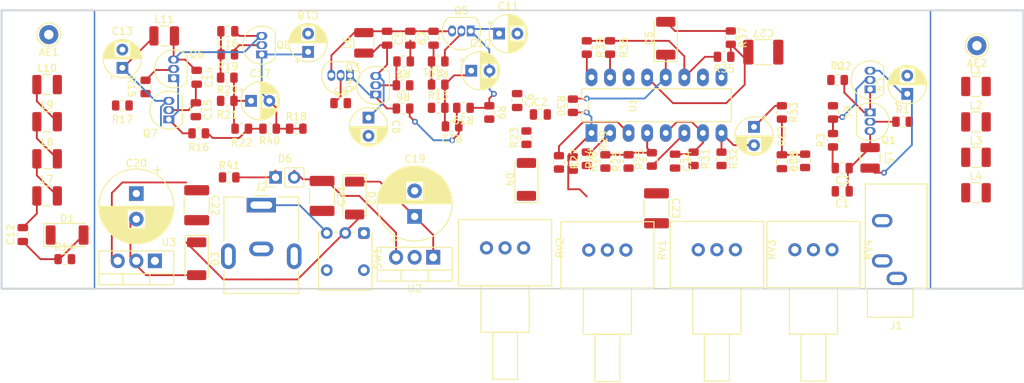
<source format=kicad_pcb>
(kicad_pcb (version 20221018) (generator pcbnew)
  (layers (0 "F.Cu" signal) (31 "B.Cu" signal) (34 "B.Paste" user) (35 "F.Paste" user) (36 "B.SilkS" user "B.Silkscreen") (37 "F.SilkS" user "F.Silkscreen") (38 "B.Mask" user) (39 "F.Mask" user) (44 "Edge.Cuts" user))
  (net 0 "")
  (net 1 "Net-(AE1-A)")
  (net 2 "Net-(AE2-A)")
  (net 3 "PitchAntenna")
  (net 4 "Detector")
  (net 5 "+12V")
  (net 6 "Net-(C3-Pad2)")
  (net 7 "Earth")
  (net 8 "Net-(Q3-C)")
  (net 9 "Net-(C9-Pad1)")
  (net 10 "Net-(C10-Pad1)")
  (net 11 "Net-(Q5-E)")
  (net 12 "Net-(D1-A)")
  (net 13 "Volume Antenna B")
  (net 14 "Net-(Q6-C)")
  (net 15 "Net-(Q7-B)")
  (net 16 "Net-(C16-Pad2)")
  (net 17 "Net-(Q8-E)")
  (net 18 "Net-(C17-Pad1)")
  (net 19 "Net-(D2-K)")
  (net 20 "Net-(D3-A)")
  (net 21 "-12V")
  (net 22 "Net-(U1C-+)")
  (net 23 "Net-(C24-Pad1)")
  (net 24 "Net-(C25-Pad1)")
  (net 25 "Net-(C25-Pad2)")
  (net 26 "Audio Out")
  (net 27 "Volume Antenna A")
  (net 28 "Net-(D1-K)")
  (net 29 "VAC")
  (net 30 "Net-(D5-K)")
  (net 31 "Net-(D5-A)")
  (net 32 "Net-(L1-Pad2)")
  (net 33 "Net-(L2-Pad2)")
  (net 34 "Net-(L3-Pad2)")
  (net 35 "Net-(L8-Pad2)")
  (net 36 "Net-(L10-Pad1)")
  (net 37 "Net-(Q1-E)")
  (net 38 "Net-(Q1-B)")
  (net 39 "Net-(Q2-B)")
  (net 40 "Net-(Q3-E)")
  (net 41 "Net-(Q3-B)")
  (net 42 "Net-(Q4-B)")
  (net 43 "Net-(Q5-B)")
  (net 44 "Net-(Q6-E)")
  (net 45 "Net-(Q6-B)")
  (net 46 "Net-(Q8-B)")
  (net 47 "Pitch Tuning")
  (net 48 "Volume Tuning")
  (net 49 "Net-(U1C--)")
  (net 50 "Brightness")
  (net 51 "Net-(U1C-DIODE_BIAS)")
  (net 52 "Waveform")
  (net 53 "Net-(R29-Pad1)")
  (net 54 "Net-(U1A-DIODE_BIAS)")
  (net 55 "Net-(R38-Pad2)")
  (net 58 "Net-(SW1-C)")
  (net 59 "Net-(D6-K)")
  (net 60 "Net-(C7-Pad2)")
  (footprint "Capacitor_SMD:C_0805_2012Metric" (layer "F.Cu") (at 95.885 37.7425 -90)
    (fp_text reference "C6")
    (fp_text value "22pF")
  )
  (footprint "Inductor_SMD:L_1210_3225Metric" (layer "F.Cu") (at 31.62 40.64)
    (fp_text reference "L9")
    (fp_text value "5mH")
  )
  (footprint "Capacitor_SMD:C_1812_4532Metric" (layer "F.Cu") (at 52.07 52.07 90)
    (fp_text reference "C22")
    (fp_text value "0.1uF")
  )
  (footprint "Button_Switch_THT:SW_Push_1P2T_Vertical_E-Switch_800UDP8P1A1M6" (layer "F.Cu") (at 74.93 55.88 -90)
    (fp_text reference "SW1")
    (fp_text value "SW_SPDT")
  )
  (footprint "Capacitor_SMD:C_0805_2012Metric" (layer "F.Cu") (at 84.455 29.21 90)
    (fp_text reference "C9")
    (fp_text value "33pF")
  )
  (footprint "Resistor_SMD:R_0805_2012Metric" (layer "F.Cu") (at 124.1825 31.75 180)
    (fp_text reference "R35")
    (fp_text value "1.8M")
  )
  (footprint "Resistor_SMD:R_0805_2012Metric" (layer "F.Cu") (at 120.015 45.72 -90)
    (fp_text reference "R31")
    (fp_text value "4.7K")
  )
  (footprint "Capacitor_THT:CP_Radial_D5.0mm_P2.50mm" (layer "F.Cu") (at 93.417388 28.575)
    (fp_text reference "C11")
    (fp_text value "1uF")
  )
  (footprint "Resistor_SMD:R_0805_2012Metric" (layer "F.Cu") (at 97.155 42.8225 90)
    (fp_text reference "R23")
    (fp_text value "10K")
  )
  (footprint "Resistor_SMD:R_0805_2012Metric" (layer "F.Cu") (at 111.125 46.0775 90)
    (fp_text reference "R26")
    (fp_text value "R_US")
  )
  (footprint "Resistor_SMD:R_0805_2012Metric" (layer "F.Cu") (at 132.08 39.37 -90)
    (fp_text reference "R33")
    (fp_text value "4.7K")
  )
  (footprint "Potentiometer_THT:Potentiometer_Vishay_148-149_Single_Horizontal" (layer "F.Cu") (at 133.858 58.166 -90)
    (fp_text reference "RV4")
    (fp_text value "50K")
  )
  (footprint "Capacitor_SMD:C_1812_4532Metric" (layer "F.Cu") (at 129.54 31.115)
    (fp_text reference "C27")
    (fp_text value "0.1uF")
  )
  (footprint "Inductor_SMD:L_1210_3225Metric" (layer "F.Cu") (at 31.62 45.72)
    (fp_text reference "L8")
    (fp_text value "2.5mH")
  )
  (footprint "Resistor_SMD:R_0805_2012Metric" (layer "F.Cu") (at 108.585 30.48 90)
    (fp_text reference "R36")
    (fp_text value "1.8M")
  )
  (footprint "Capacitor_SMD:C_0805_2012Metric" (layer "F.Cu") (at 132.08 46.1175 -90)
    (fp_text reference "C26")
    (fp_text value "0.01uF")
  )
  (footprint "Capacitor_SMD:C_1812_4532Metric" (layer "F.Cu") (at 114.935 52.4925 -90)
    (fp_text reference "C23")
    (fp_text value "4700pF")
  )
  (footprint "Resistor_SMD:R_0805_2012Metric" (layer "F.Cu") (at 58.234944 41.5925 180)
    (fp_text reference "R22")
    (fp_text value "10K")
  )
  (footprint "Resistor_SMD:R_0805_2012Metric" (layer "F.Cu") (at 80.2875 35.655)
    (fp_text reference "R8")
    (fp_text value "1K")
  )
  (footprint "Connector_Audio:Jack_3.5mm_CUI_SJ1-3533NG_Horizontal" (layer "F.Cu") (at 147.796 62.09 180)
    (fp_text reference "J1")
    (fp_text value "Audio Out")
  )
  (footprint "Capacitor_THT:CP_Radial_D5.0mm_P2.50mm" (layer "F.Cu") (at 67.31 31.075 90)
    (fp_text reference "C18")
    (fp_text value "1uF")
  )
  (footprint "Package_TO_SOT_THT:TO-220-3_Vertical" (layer "F.Cu") (at 84.410838 59.197 180)
    (fp_text reference "U2")
    (fp_text value "L7812")
  )
  (footprint "Potentiometer_THT:Potentiometer_Vishay_148-149_Single_Horizontal" (layer "F.Cu") (at 120.65 58.166 -90)
    (fp_text reference "RV3")
    (fp_text value "50K")
  )
  (footprint "Resistor_SMD:R_0805_2012Metric" (layer "F.Cu") (at 105.41 45.72 90)
    (fp_text reference "R27")
    (fp_text value "100K")
  )
  (footprint "Package_TO_SOT_THT:TO-92_Inline" (layer "F.Cu") (at 89.535 28.215 180)
    (fp_text reference "Q5")
    (fp_text value "2N3904")
  )
  (footprint "Inductor_SMD:L_1210_3225Metric" (layer "F.Cu") (at 144.145 45.59 90)
    (fp_text reference "L5")
    (fp_text value "100uH")
  )
  (footprint "Capacitor_SMD:C_0805_2012Metric" (layer "F.Cu") (at 140.335 46.99 180)
    (fp_text reference "C3")
    (fp_text value "0.01uF")
  )
  (footprint "Connector_Pin:Pin_D1.3mm_L11.0mm" (layer "F.Cu") (at 31.852 28.72)
    (fp_text reference "AE1")
    (fp_text value "Antenna")
  )
  (footprint "Resistor_SMD:R_0805_2012Metric" (layer "F.Cu") (at 41.91 38.4175)
    (fp_text reference "R17")
    (fp_text value "470")
  )
  (footprint "Capacitor_SMD:C_0805_2012Metric" (layer "F.Cu") (at 140.335 50.165 180)
    (fp_text reference "C1")
    (fp_text value "22pF")
  )
  (footprint "Package_TO_SOT_THT:TO-220-3_Vertical" (layer "F.Cu") (at 46.355 59.69 180)
    (fp_text reference "U3")
    (fp_text value "L7912")
  )
  (footprint "Resistor_SMD:R_0805_2012Metric" (layer "F.Cu") (at 125.095 29.13 -90)
    (fp_text reference "R37")
    (fp_text value "4.7M")
  )
  (footprint "Resistor_SMD:R_0805_2012Metric" (layer "F.Cu") (at 139.065 39.37 90)
    (fp_text reference "R4")
    (fp_text value "1K")
  )
  (footprint "Capacitor_SMD:C_0805_2012Metric" (layer "F.Cu") (at 56.329944 28.2575 180)
    (fp_text reference "C16")
    (fp_text value "22pF")
  )
  (footprint "Diode_SMD:D_2010_5025Metric" (layer "F.Cu") (at 34.356 56.152)
    (fp_text reference "D1")
    (fp_text value "1N4148")
  )
  (footprint "Resistor_SMD:R_0805_2012Metric" (layer "F.Cu") (at 139.7 34.925 180)
    (fp_text reference "R2")
    (fp_text value "2.2K")
  )
  (footprint "Capacitor_SMD:C_0805_2012Metric" (layer "F.Cu") (at 52.07 34.552162 -90)
    (fp_text reference "C14")
    (fp_text value "2200pF")
  )
  (footprint "Capacitor_THT:CP_Radial_D5.0mm_P2.50mm" (layer "F.Cu") (at 41.91 33.265113 90)
    (fp_text reference "C13")
    (fp_text value "1uF")
  )
  (footprint "MountingHole:MountingHole_2.1mm" (layer "F.Cu") (at 40.894 43.434)
    (fp_text reference "REF**" hide)
    (fp_text value "MountingHole_2.1mm" hide)
  )
  (footprint "Capacitor_SMD:C_1812_4532Metric" (layer "F.Cu") (at 69.215 50.8 -90)
    (fp_text reference "C21")
    (fp_text value "0.1uF")
  )
  (footprint "Capacitor_THT:CP_Radial_D5.0mm_P2.50mm" (layer "F.Cu") (at 89.607388 33.655)
    (fp_text reference "C10")
    (fp_text value "1uF")
  )
  (footprint "Potentiometer_THT:Potentiometer_Vishay_148-149_Single_Horizontal" (layer "F.Cu") (at 105.679 58.203 -90)
    (fp_text reference "RV1")
    (fp_text value "5K")
  )
  (footprint "Capacitor_THT:CP_Radial_D5.0mm_P2.50mm" (layer "F.Cu") (at 149.225 36.83 90)
    (fp_text reference "C4")
    (fp_text value "1uF")
  )
  (footprint "Inductor_SMD:L_1210_3225Metric" (layer "F.Cu") (at 31.62 35.56)
    (fp_text reference "L10")
    (fp_text value "5mH")
  )
  (footprint "Connector_Pin:Pin_D1.3mm_L11.0mm" (layer "F.Cu") (at 158.75 30.226)
    (fp_text reference "AE2")
    (fp_text value "Antenna")
  )
  (footprint "MountingHole:MountingHole_2.1mm" (layer "F.Cu") (at 149.606 45.974)
    (fp_text reference "REF**" hide)
    (fp_text value "MountingHole_2.1mm" hide)
  )
  (footprint "Capacitor_THT:CP_Radial_D5.0mm_P2.50mm" (layer "F.Cu") (at 128.27 41.347388 -90)
    (fp_text reference "C25")
    (fp_text value "1uF")
  )
  (footprint "Resistor_SMD:R_0805_2012Metric" (layer "F.Cu") (at 56.515 48.26)
    (fp_text reference "R41")
    (fp_text value "R_US")
  )
  (footprint "Capacitor_SMD:C_0805_2012Metric" (layer "F.Cu") (at 51.953 38.997162 -90)
    (fp_text reference "C15")
    (fp_text value "0.01uF")
  )
  (footprint "Potentiometer_THT:Potentiometer_Vishay_148-149_Single_Horizontal" (layer "F.Cu") (at 91.694 57.912 -90)
    (fp_text reference "RV2")
    (fp_text value "5K")
  )
  (footprint "Resistor_SMD:R_0805_2012Metric" (layer "F.Cu") (at 34.0345 59.454)
    (fp_text reference "R14")
    (fp_text value "560K")
  )
  (footprint "MountingHole:MountingHole_2.1mm" (layer "F.Cu") (at 149.352 28.194)
    (fp_text reference "REF**" hide)
    (fp_text value "MountingHole_2.1mm" hide)
  )
  (footprint "Capacitor_THT:CP_Radial_D5.0mm_P2.50mm" (layer "F.Cu") (at 75.565 40.077388 -90)
    (fp_text reference "C8")
    (fp_text value "1uF")
  )
  (footprint "Resistor_SMD:R_0805_2012Metric" (layer "F.Cu") (at 65.6825 41.5925)
    (fp_text reference "R18")
    (fp_text value "2.7K")
  )
  (footprint "Capacitor_SMD:C_0805_2012Metric" (layer "F.Cu") (at 78.105 29.21 90)
    (fp_text reference "C5")
    (fp_text value "3900pF")
  )
  (footprint "Inductor_SMD:L_1210_3225Metric" (layer "F.Cu") (at 158.62 50.364)
    (fp_text reference "L4")
    (fp_text value "10mH")
  )
  (footprint "Resistor_SMD:R_0805_2012Metric" (layer "F.Cu") (at 101.6 46.2045 -90)
    (fp_text reference "R24")
    (fp_text value "4.7K")
  )
  (footprint "Resistor_SMD:R_0805_2012Metric" (layer "F.Cu") (at 80.2875 38.83)
    (fp_text reference "R6")
    (fp_text value "2.2K")
  )
  (footprint "Inductor_SMD:L_1210_3225Metric" (layer "F.Cu") (at 158.62 35.814)
    (fp_text reference "L1")
    (fp_text value "10mH")
  )
  (footprint "Resistor_SMD:R_0805_2012Metric" (layer "F.Cu") (at 103.505 38.4575 90)
    (fp_text reference "R30")
    (fp_text value "47K")
  )
  (footprint "Resistor_SMD:R_0805_2012Metric" (layer "F.Cu") (at 56.329944 31.4325 180)
    (fp_text reference "R19")
    (fp_text value "470")
  )
  (footprint "Capacitor_THT:CP_Radial_D10.0mm_P3.50mm" (layer "F.Cu") (at 81.870838 53.609 90)
    (fp_text reference "C19")
    (fp_text value "2200uF")
  )
  (footprint "Diode_SMD:D_2010_5025Metric" (layer "F.Cu") (at 97.155 48.5375 90)
    (fp_text reference "D4")
    (fp_text value "1N4148")
  )
  (footprint "Resistor_SMD:R_0805_2012Metric" (layer "F.Cu") (at 105.41 30.48 -90)
    (fp_text reference "R38")
    (fp_text value "47K")
  )
  (footprint "Capacitor_SMD:C_0805_2012Metric" (layer "F.Cu") (at 81.28 29.21 -90)
    (fp_text reference "C7")
    (fp_text value "0.01uF")
  )
  (footprint "Package_TO_SOT_THT:TO-92_Inline" (layer "F.Cu") (at 48.26 40.3225 90)
    (fp_text reference "Q7")
    (fp_text value "2N3904")
  )
  (footprint "Inductor_SMD:L_1210_3225Metric" (layer "F.Cu") (at 31.62 50.8)
    (fp_text reference "L7")
    (fp_text value "2.5mH")
  )
  (footprint "Resistor_SMD:R_0805_2012Metric" (layer "F.Cu") (at 107.95 46.0775 90)
    (fp_text reference "R28")
    (fp_text value "150K")
  )
  (footprint "Resistor_SMD:R_0805_2012Metric" (layer "F.Cu") (at 85.09 38.735)
    (fp_text reference "R13")
    (fp_text value "2.5K")
  )
  (footprint "Resistor_SMD:R_0805_2012Metric" (layer "F.Cu") (at 56.257556 37.7825)
    (fp_text reference "R21")
    (fp_text value "2.2K")
  )
  (footprint "Package_TO_SOT_THT:TO-92_Inline" (layer "F.Cu") (at 73.025 34.29 180)
    (fp_text reference "Q3")
    (fp_text value "2N3904")
  )
  (footprint "Package_TO_SOT_THT:TO-92_Inline" (layer "F.Cu") (at 48.92 34.679162 90)
    (fp_text reference "Q6")
    (fp_text value "2N3904")
  )
  (footprint "Resistor_SMD:R_0805_2012Metric" (layer "F.Cu") (at 56.257556 34.6075 180)
    (fp_text reference "R20")
    (fp_text value "33")
  )
  (footprint "Resistor_SMD:R_0805_2012Metric" (layer "F.Cu") (at 139.065 43.18 90)
    (fp_text reference "R3")
    (fp_text value "47K")
  )
  (footprint "Resistor_SMD:R_0805_2012Metric" (layer "F.Cu") (at 92.075 39.37 -90)
    (fp_text reference "R9")
    (fp_text value "10K")
  )
  (footprint "Resistor_SMD:R_0805_2012Metric" (layer "F.Cu") (at 71.755 38.1)
    (fp_text reference "R5")
    (fp_text value "1K")
  )
  (footprint "Diode_SMD:D_2010_5025Metric" (layer "F.Cu") (at 116.205 29.21 90)
    (fp_text reference "D5")
    (fp_text value "1N4148")
  )
  (footprint "Package_TO_SOT_THT:TO-92_Inline" (layer "F.Cu") (at 144.145 36.195 90)
    (fp_text reference "Q2")
    (fp_text value "2N3904")
  )
  (footprint "Resistor_SMD:R_0805_2012Metric" (layer "F.Cu") (at 135.255 45.9975 90)
    (fp_text reference "R34")
    (fp_text value "4.7K")
  )
  (footprint "Resistor_SMD:R_0805_2012Metric" (layer "F.Cu") (at 62.044944 41.5925 180)
    (fp_text reference "R40")
    (fp_text value "10K")
  )
  (footprint "Resistor_SMD:R_0805_2012Metric" (layer "F.Cu") (at 123.825 45.72 -90)
    (fp_text reference "R32")
    (fp_text value "4.7K")
  )
  (footprint "Resistor_SMD:R_0805_2012Metric" (layer "F.Cu") (at 85.09 32.385 180)
    (fp_text reference "R10")
    (fp_text value "470")
  )
  (footprint "Package_TO_SOT_THT:TO-92_Inline" (layer "F.Cu") (at 76.5565 36.925 90)
    (fp_text reference "Q4")
    (fp_text value "2N3904")
  )
  (footprint "Resistor_SMD:R_0805_2012Metric" (layer "F.Cu") (at 103.505 46.355 -90)
    (fp_text reference "R29")
    (fp_text value "100K")
  )
  (footprint "Package_DIP:DIP-16_W7.62mm_LongPads" (layer "F.Cu") (at 106.045 42.1875 90)
    (fp_text reference "U1")
    (fp_text value "LM13600")
  )
  (footprint "Resistor_SMD:R_0805_2012Metric" (layer "F.Cu") (at 88.5425 38.735 180)
    (fp_text reference "R39")
    (fp_text value "10K")
  )
  (footprint "Inductor_SMD:L_1210_3225Metric" (layer "F.Cu") (at 158.62 45.514)
    (fp_text reference "L3")
    (fp_text value "10mH")
  )
  (footprint "Resistor_SMD:R_0805_2012Metric" (layer "F.Cu") (at 80.3675 32.385 180)
    (fp_text reference "R7")
    (fp_text value "47K")
  )
  (footprint "Resistor_SMD:R_0805_2012Metric" (layer "F.Cu") (at 114.3 45.8 90)
    (fp_text reference "R25")
    (fp_text value "330K")
  )
  (footprint "Capacitor_THT:CP_Radial_D5.0mm_P2.50mm" (layer "F.Cu") (at 59.504944 37.7825)
    (fp_text reference "C17")
    (fp_text value "1uF")
  )
  (footprint "Package_TO_SOT_THT:TO-92_Inline" (layer "F.Cu") (at 60.96 31.4325 90)
    (fp_text reference "Q8")
    (fp_text value "2N3904")
  )
  (footprint "Connector_PinHeader_2.54mm:PinHeader_1x02_P2.54mm_Vertical" (layer "F.Cu") (at 62.86 48.26 90)
    (fp_text reference "D6")
    (fp_text value "LED")
  )
  (footprint "Capacitor_THT:CP_Radial_D10.0mm_P3.50mm" (layer "F.Cu") (at 43.815 50.475 -90)
    (fp_text reference "C20")
    (fp_text value "2200uF")
  )
  (footprint "Resistor_SMD:R_0805_2012Metric" (layer "F.Cu") (at 45.085 35.8775 -90)
    (fp_text reference "R15")
    (fp_text value "470")
  )
  (footprint "Resistor_SMD:R_0805_2012Metric" (layer "F.Cu") (at 85.09 35.56 180)
    (fp_text reference "R11")
    (fp_text value "33")
  )
  (footprint "Package_TO_SOT_THT:TO-92_Inline" (layer "F.Cu") (at 144.145 39.37 -90)
    (fp_text reference "Q1")
    (fp_text value "2N3904")
  )
  (footprint "Inductor_SMD:L_1210_3225Metric" (layer "F.Cu") (at 158.62 40.664)
    (fp_text reference "L2")
    (fp_text value "10mH")
  )
  (footprint "Capacitor_SMD:C_0805_2012Metric" (layer "F.Cu") (at 99.06 39.6475)
    (fp_text reference "C2")
    (fp_text value "3900pF")
  )
  (footprint "Connector_BarrelJack:BarrelJack_CUI_PJ-063AH_Horizontal" (layer "F.Cu") (at 60.905 52.055)
    (fp_text reference "J2")
    (fp_text value "12VAC")
  )
  (footprint "Resistor_SMD:R_0805_2012Metric" (layer "F.Cu") (at 148.59 40.64)
    (fp_text reference "R1")
    (fp_text value "1K")
  )
  (footprint "Diode_SMD:D_2010_5025Metric" (layer "F.Cu") (at 52.07 59.4 -90)
    (fp_text reference "D3")
    (fp_text value "1N4001")
  )
  (footprint "Resistor_SMD:R_0805_2012Metric" (layer "F.Cu") (at 52.3475 42.2275)
    (fp_text reference "R16")
    (fp_text value "2.2K")
  )
  (footprint "Capacitor_SMD:C_0805_2012Metric" (layer "F.Cu") (at 28.296 56.086 90)
    (fp_text reference "C12")
    (fp_text value "1000pF")
  )
  (footprint "Diode_SMD:D_2010_5025Metric" (layer "F.Cu") (at 73.66 51.092677 -90)
    (fp_text reference "D2")
    (fp_text value "1N4001")
  )
  (footprint "Inductor_SMD:L_1210_3225Metric" (layer "F.Cu") (at 74.93 29.845 90)
    (fp_text reference "L6")
    (fp_text value "L")
  )
  (footprint "Resistor_SMD:R_0805_2012Metric" (layer "F.Cu") (at 86.995 41.275 180)
    (fp_text reference "R12")
    (fp_text value "10K")
  )
  (footprint "Capacitor_SMD:C_0805_2012Metric" (layer "F.Cu") (at 117.475 46.035 -90)
    (fp_text reference "C24")
    (fp_text value "0.01uF")
  )
  (footprint "Inductor_SMD:L_1210_3225Metric" (layer "F.Cu") (at 47.625 28.8925)
    (fp_text reference "L11")
    (fp_text value "68uH")
  )
  (gr_rect (start 152.4 25.4) (end 165.1 63.5) (stroke (width 0.2)) (fill none) (layer "B.Cu"))
  (gr_rect (start 25.4 25.4) (end 38.1 63.5) (stroke (width 0.2)) (fill none) (layer "B.Cu"))
  (gr_rect (start 25.4 25.4) (end 165.1 63.5) (stroke (width 0.2)) (fill none) (layer "Edge.Cuts"))
  (segment (start 141.097 46.99) (end 141.097 49.977) (width 0.25) (layer "F.Cu") (net 3))
  (segment (start 144.151 44.196) (end 144.145 44.19) (width 0.25) (layer "F.Cu") (net 3))
  (segment (start 141.097 49.977) (end 141.285 50.165) (width 0.25) (layer "F.Cu") (net 3))
  (segment (start 144.145 44.19) (end 144.145 41.91) (width 0.25) (layer "F.Cu") (net 3))
  (segment (start 144.145 44.19) (end 141.345 46.99) (width 0.25) (layer "F.Cu") (net 3))
  (segment (start 141.345 46.99) (end 141.097 46.99) (width 0.25) (layer "F.Cu") (net 3))
  (segment (start 123.27 31.75) (end 121.5625 31.75) (width 0.25) (layer "F.Cu") (net 5))
  (segment (start 116.6326 29.5675) (end 118.745 31.6799) (width 0.25) (layer "F.Cu") (net 5))
  (segment (start 76.5565 34.385) (end 78.105 32.8365) (width 0.25) (layer "F.Cu") (net 5))
  (segment (start 69.678838 48.529) (end 66.589 48.529) (width 0.25) (layer "F.Cu") (net 5))
  (segment (start 66.589 48.529) (end 65.4 47.34) (width 0.25) (layer "F.Cu") (net 5))
  (segment (start 77.155 30.16) (end 76.07 31.245) (width 0.25) (layer "F.Cu") (net 5))
  (segment (start 78.105 32.8365) (end 78.105 30.16) (width 0.25) (layer "F.Cu") (net 5))
  (segment (start 146.05 47.625) (end 144.78 47.625) (width 0.25) (layer "F.Cu") (net 5))
  (segment (start 74.295 50.8) (end 71.949838 50.8) (width 0.25) (layer "F.Cu") (net 5))
  (segment (start 105.41 29.5675) (end 108.585 29.5675) (width 0.25) (layer "F.Cu") (net 5))
  (segment (start 78.105 30.16) (end 77.155 30.16) (width 0.25) (layer "F.Cu") (net 5))
  (segment (start 118.745 31.6799) (end 118.745 34.5675) (width 0.25) (layer "F.Cu") (net 5))
  (segment (start 46.225 28.8925) (end 46.225 29.0225) (width 0.25) (layer "F.Cu") (net 5))
  (segment (start 79.330838 59.197) (end 79.330838 55.835838) (width 0.25) (layer "F.Cu") (net 5))
  (segment (start 71.949838 50.8) (end 69.678838 48.529) (width 0.25) (layer "F.Cu") (net 5))
  (segment (start 144.78 47.625) (end 144.145 46.99) (width 0.25) (layer "F.Cu") (net 5))
  (segment (start 121.5625 31.75) (end 118.745 34.5675) (width 0.25) (layer "F.Cu") (net 5))
  (segment (start 108.585 29.5675) (end 116.6326 29.5675) (width 0.25) (layer "F.Cu") (net 5))
  (segment (start 76.07 31.245) (end 74.93 31.245) (width 0.25) (layer "F.Cu") (net 5))
  (segment (start 79.330838 55.835838) (end 74.295 50.8) (width 0.25) (layer "F.Cu") (net 5))
  (segment (start 41.982387 33.265113) (end 41.91 33.265113) (width 0.25) (layer "F.Cu") (net 5))
  (segment (start 46.225 29.0225) (end 41.982387 33.265113) (width 0.25) (layer "F.Cu") (net 5))
  (via (at 146.05 47.625) (size 0.8) (drill 0.4) (layers "F.Cu" "B.Cu") (net 5))
  (segment (start 77.6315 38.010888) (end 77.6315 35.0865) (width 0.25) (layer "B.Cu") (net 5))
  (segment (start 75.565 40.077388) (end 77.6315 38.010888) (width 0.25) (layer "B.Cu") (net 5))
  (segment (start 46.427387 37.7825) (end 41.91 33.265113) (width 0.25) (layer "B.Cu") (net 5))
  (segment (start 77.6315 35.0865) (end 76.93 34.385) (width 0.25) (layer "B.Cu") (net 5))
  (segment (start 149.225 36.83) (end 149.86 37.465) (width 0.25) (layer "B.Cu") (net 5))
  (segment (start 144.145 33.655) (end 145.415 33.655) (width 0.25) (layer "B.Cu") (net 5))
  (segment (start 48.26 37.7825) (end 46.427387 37.7825) (width 0.25) (layer "B.Cu") (net 5))
  (segment (start 149.86 43.815) (end 146.05 47.625) (width 0.25) (layer "B.Cu") (net 5))
  (segment (start 47.185 38.6325) (end 48.035 37.7825) (width 0.25) (layer "B.Cu") (net 5))
  (segment (start 76.93 34.385) (end 76.5565 34.385) (width 0.25) (layer "B.Cu") (net 5))
  (segment (start 149.86 37.465) (end 149.86 43.815) (width 0.25) (layer "B.Cu") (net 5))
  (segment (start 47.185 41.1725) (end 47.185 38.6325) (width 0.25) (layer "B.Cu") (net 5))
  (segment (start 148.59 36.83) (end 149.225 36.83) (width 0.25) (layer "B.Cu") (net 5))
  (segment (start 48.035 37.7825) (end 48.26 37.7825) (width 0.25) (layer "B.Cu") (net 5))
  (segment (start 145.415 33.655) (end 148.59 36.83) (width 0.25) (layer "B.Cu") (net 5))
  (segment (start 139.018 46.811) (end 139.197 46.99) (width 0.25) (layer "F.Cu") (net 6))
  (segment (start 139.018 43.688) (end 139.018 46.811) (width 0.25) (layer "F.Cu") (net 6))
  (segment (start 60.883838 60.767677) (end 60.839515 60.812) (width 0.25) (layer "F.Cu") (net 7))
  (segment (start 81.505 28.035) (end 81.28 28.26) (width 0.25) (layer "F.Cu") (net 8))
  (segment (start 78.105 28.26) (end 75.115 28.26) (width 0.25) (layer "F.Cu") (net 8))
  (segment (start 70.485 31.565) (end 70.485 34.29) (width 0.25) (layer "F.Cu") (net 8))
  (segment (start 74.93 28.445) (end 73.605 28.445) (width 0.25) (layer "F.Cu") (net 8))
  (segment (start 84.455 28.26) (end 86.95 28.26) (width 0.25) (layer "F.Cu") (net 8))
  (segment (start 75.115 28.26) (end 74.93 28.445) (width 0.25) (layer "F.Cu") (net 8))
  (segment (start 81.28 28.26) (end 84.455 28.26) (width 0.25) (layer "F.Cu") (net 8))
  (segment (start 86.95 28.26) (end 86.995 28.215) (width 0.25) (layer "F.Cu") (net 8))
  (segment (start 73.605 28.445) (end 70.485 31.565) (width 0.25) (layer "F.Cu") (net 8))
  (segment (start 81.28 28.26) (end 78.105 28.26) (width 0.25) (layer "F.Cu") (net 8))
  (segment (start 84.455 32.1075) (end 84.1775 32.385) (width 0.25) (layer "F.Cu") (net 9))
  (segment (start 84.455 30.16) (end 84.455 32.1075) (width 0.25) (layer "F.Cu") (net 9))
  (segment (start 84.1775 35.56) (end 84.1775 32.385) (width 0.25) (layer "F.Cu") (net 9))
  (segment (start 87.2725 34.29) (end 86.0025 35.56) (width 0.25) (layer "F.Cu") (net 10))
  (segment (start 88.972388 34.29) (end 87.2725 34.29) (width 0.25) (layer "F.Cu") (net 10))
  (segment (start 86.0025 38.735) (end 86.0025 40.56) (width 0.25) (layer "F.Cu") (net 10))
  (segment (start 86.0025 35.56) (end 86.0025 38.735) (width 0.25) (layer "F.Cu") (net 10))
  (segment (start 86.0025 40.56) (end 86.0825 40.64) (width 0.25) (layer "F.Cu") (net 10))
  (segment (start 89.455 38.735) (end 91.44 38.735) (width 0.25) (layer "F.Cu") (net 11))
  (segment (start 92.075 37.465) (end 92.71 36.83) (width 0.25) (layer "F.Cu") (net 11))
  (segment (start 92.075 38.4575) (end 92.075 37.465) (width 0.25) (layer "F.Cu") (net 11))
  (via (at 92.71 36.83) (size 0.8) (drill 0.4) (layers "F.Cu" "B.Cu") (net 11))
  (segment (start 89.81 27.94) (end 89.535 28.215) (width 0.25) (layer "B.Cu") (net 11))
  (segment (start 93.417388 27.94) (end 89.81 27.94) (width 0.25) (layer "B.Cu") (net 11))
  (segment (start 92.075 30.755) (end 89.535 28.215) (width 0.25) (layer "B.Cu") (net 11))
  (segment (start 92.71 36.83) (end 92.107388 36.227388) (width 0.25) (layer "B.Cu") (net 11))
  (segment (start 92.107388 36.227388) (end 92.107388 33.655) (width 0.25) (layer "B.Cu") (net 11))
  (segment (start 92.075 34.925) (end 92.075 30.755) (width 0.25) (layer "B.Cu") (net 11))
  (segment (start 30.714 59.454) (end 33.122 59.454) (width 0.25) (layer "F.Cu") (net 12))
  (segment (start 33.122 59.454) (end 33.304 59.454) (width 0.25) (layer "F.Cu") (net 12))
  (segment (start 28.296 57.036) (end 30.714 59.454) (width 0.25) (layer "F.Cu") (net 12))
  (segment (start 33.304 59.454) (end 36.606 56.152) (width 0.25) (layer "F.Cu") (net 12))
  (segment (start 30.22 50.8) (end 30.22 53.212) (width 0.25) (layer "F.Cu") (net 13))
  (segment (start 30.22 53.212) (end 28.296 55.136) (width 0.25) (layer "F.Cu") (net 13))
  (segment (start 48.92 32.139162) (end 48.92 29.958162) (width 0.25) (layer "F.Cu") (net 14))
  (segment (start 57.279944 28.2575) (end 57.914944 28.8925) (width 0.25) (layer "F.Cu") (net 14))
  (segment (start 57.914944 28.8925) (end 60.96 28.8925) (width 0.25) (layer "F.Cu") (net 14))
  (segment (start 50.49 32.139162) (end 48.92 32.139162) (width 0.25) (layer "F.Cu") (net 14))
  (segment (start 51.953 33.602162) (end 50.49 32.139162) (width 0.25) (layer "F.Cu") (net 14))
  (segment (start 61.122556 29.3125) (end 60.382918 29.3125) (width 0.25) (layer "B.Cu") (net 14))
  (segment (start 48.92 31.98208) (end 48.92 32.139162) (width 0.25) (layer "B.Cu") (net 14))
  (segment (start 58.580418 31.115) (end 49.944162 31.115) (width 0.25) (layer "B.Cu") (net 14))
  (segment (start 61.542556 28.8925) (end 61.122556 29.3125) (width 0.25) (layer "B.Cu") (net 14))
  (segment (start 60.382918 29.3125) (end 58.580418 31.115) (width 0.25) (layer "B.Cu") (net 14))
  (segment (start 49.944162 31.115) (end 48.92 32.139162) (width 0.25) (layer "B.Cu") (net 14))
  (segment (start 48.26 39.0525) (end 50.947662 39.0525) (width 0.25) (layer "F.Cu") (net 15))
  (segment (start 50.947662 39.0525) (end 51.953 38.047162) (width 0.25) (layer "F.Cu") (net 15))
  (segment (start 51.953 38.047162) (end 51.953 35.502162) (width 0.25) (layer "F.Cu") (net 15))
  (segment (start 48.26 39.0525) (end 48.915 39.0525) (width 0.25) (layer "B.Cu") (net 15))
  (segment (start 55.345056 31.504888) (end 55.417444 31.4325) (width 0.25) (layer "F.Cu") (net 16))
  (segment (start 55.379944 31.395) (end 55.417444 31.4325) (width 0.25) (layer "F.Cu") (net 16))
  (segment (start 55.379944 28.2575) (end 55.379944 31.395) (width 0.25) (layer "F.Cu") (net 16))
  (segment (start 55.345056 34.6075) (end 55.345056 31.504888) (width 0.25) (layer "F.Cu") (net 16))
  (segment (start 62.282444 37.505) (end 62.004944 37.7825) (width 0.25) (layer "F.Cu") (net 17))
  (segment (start 66.04 41.5925) (end 66.675 40.9575) (width 0.25) (layer "F.Cu") (net 17))
  (segment (start 62.957444 41.5925) (end 66.04 41.5925) (width 0.25) (layer "F.Cu") (net 17))
  (segment (start 62.957444 38.735) (end 62.004944 37.7825) (width 0.25) (layer "F.Cu") (net 17))
  (segment (start 62.957444 41.5925) (end 62.957444 38.735) (width 0.25) (layer "F.Cu") (net 17))
  (segment (start 60.96 36.737556) (end 62.004944 37.7825) (width 0.25) (layer "B.Cu") (net 17))
  (segment (start 60.96 31.4325) (end 60.96 36.737556) (width 0.25) (layer "B.Cu") (net 17))
  (segment (start 66.9525 31.4325) (end 67.31 31.075) (width 0.25) (layer "B.Cu") (net 17))
  (segment (start 60.96 31.4325) (end 66.9525 31.4325) (width 0.25) (layer "B.Cu") (net 17))
  (segment (start 57.170056 37.7825) (end 59.504944 37.7825) (width 0.25) (layer "F.Cu") (net 18))
  (segment (start 57.170056 37.7825) (end 57.170056 41.5125) (width 0.25) (layer "F.Cu") (net 18))
  (segment (start 57.170056 41.5125) (end 57.250056 41.5925) (width 0.25) (layer "F.Cu") (net 18))
  (segment (start 57.170056 34.6075) (end 57.170056 37.7825) (width 0.25) (layer "F.Cu") (net 18))
  (segment (start 84.410838 56.149) (end 81.870838 53.609) (width 0.25) (layer "F.Cu") (net 19))
  (segment (start 77.104515 48.842677) (end 81.870838 53.609) (width 0.25) (layer "F.Cu") (net 19))
  (segment (start 84.410838 59.197) (end 84.410838 56.149) (width 0.25) (layer "F.Cu") (net 19))
  (segment (start 74.758838 48.842677) (end 77.104515 48.842677) (width 0.25) (layer "F.Cu") (net 19))
  (segment (start 43.008838 54.012677) (end 43.008838 59.487) (width 0.25) (layer "F.Cu") (net 20))
  (segment (start 43.008838 59.487) (end 45.174515 61.652677) (width 0.25) (layer "F.Cu") (net 20))
  (segment (start 45.174515 61.652677) (end 50.628838 61.652677) (width 0.25) (layer "F.Cu") (net 20))
  (segment (start 59.147444 41.5925) (end 57.877444 42.8625) (width 0.25) (layer "F.Cu") (net 21))
  (segment (start 40.468838 59.487) (end 40.468838 50.402677) (width 0.25) (layer "F.Cu") (net 21))
  (segment (start 81.2 38.83) (end 81.2 39.925) (width 0.25) (layer "F.Cu") (net 21))
  (segment (start 87.63 40.9975) (end 87.9075 41.275) (width 0.25) (layer "F.Cu") (net 21))
  (segment (start 57.877444 42.8625) (end 54.2525 42.8625) (width 0.25) (layer "F.Cu") (net 21))
  (segment (start 118.745 42.2675) (end 114.3 46.7125) (width 0.25) (layer "F.Cu") (net 21))
  (segment (start 41.918838 48.952677) (end 50.628838 48.952677) (width 0.25) (layer "F.Cu") (net 21))
  (segment (start 118.745 42.1875) (end 118.745 42.2675) (width 0.25) (layer "F.Cu") (net 21))
  (segment (start 87.63 38.735) (end 87.63 40.9975) (width 0.25) (layer "F.Cu") (net 21))
  (segment (start 87.9075 42.2675) (end 87.9075 41.275) (width 0.25) (layer "F.Cu") (net 21))
  (segment (start 40.468838 50.402677) (end 41.918838 48.952677) (width 0.25) (layer "F.Cu") (net 21))
  (segment (start 59.147444 41.5925) (end 61.132444 41.5925) (width 0.25) (layer "F.Cu") (net 21))
  (segment (start 86.995 43.18) (end 87.9075 42.2675) (width 0.25) (layer "F.Cu") (net 21))
  (segment (start 54.2525 42.8625) (end 53.6175 42.2275) (width 0.25) (layer "F.Cu") (net 21))
  (segment (start 81.2 39.925) (end 81.915 40.64) (width 0.25) (layer "F.Cu") (net 21))
  (via (at 86.995 43.18) (size 0.8) (drill 0.4) (layers "F.Cu" "B.Cu") (net 21))
  (via (at 81.915 40.64) (size 0.8) (drill 0.4) (layers "F.Cu" "B.Cu") (net 21))
  (segment (start 84.455 43.18) (end 81.915 40.64) (width 0.25) (layer "B.Cu") (net 21))
  (segment (start 86.995 43.18) (end 84.455 43.18) (width 0.25) (layer "B.Cu") (net 21))
  (segment (start 109.6 40.6625) (end 104.92 40.6625) (width 0.25) (layer "F.Cu") (net 22))
  (segment (start 111.125 42.1875) (end 109.6 40.6625) (width 0.25) (layer "F.Cu") (net 22))
  (segment (start 104.92 40.6625) (end 101.6 43.9825) (width 0.25) (layer "F.Cu") (net 22))
  (segment (start 101.6 43.9825) (end 101.6 45.292) (width 0.25) (layer "F.Cu") (net 22))
  (segment (start 117.73 40.6625) (end 119.76 40.6625) (width 0.25) (layer "F.Cu") (net 23))
  (segment (start 116.205 42.1875) (end 117.73 40.6625) (width 0.25) (layer "F.Cu") (net 23))
  (segment (start 121.285 43.5375) (end 120.015 44.8075) (width 0.25) (layer "F.Cu") (net 23))
  (segment (start 119.7375 45.085) (end 120.015 44.8075) (width 0.25) (layer "F.Cu") (net 23))
  (segment (start 121.285 42.1875) (end 121.285 43.5375) (width 0.25) (layer "F.Cu") (net 23))
  (segment (start 117.475 45.085) (end 119.7375 45.085) (width 0.25) (layer "F.Cu") (net 23))
  (segment (start 119.76 40.6625) (end 121.285 42.1875) (width 0.25) (layer "F.Cu") (net 23))
  (segment (start 128.27 41.347388) (end 131.159888 38.4575) (width 0.25) (layer "F.Cu") (net 24))
  (segment (start 131.159888 38.4575) (end 132.08 38.4575) (width 0.25) (layer "F.Cu") (net 24))
  (segment (start 128.27 43.847388) (end 125.484888 43.847388) (width 0.25) (layer "F.Cu") (net 25))
  (segment (start 123.825 44.8075) (end 123.825 42.1875) (width 0.25) (layer "F.Cu") (net 25))
  (segment (start 125.484888 43.847388) (end 123.825 42.1875) (width 0.25) (layer "F.Cu") (net 25))
  (segment (start 132.08 45.1675) (end 135.1725 45.1675) (width 0.25) (layer "F.Cu") (net 26))
  (segment (start 135.1725 45.1675) (end 135.255 45.085) (width 0.25) (layer "F.Cu") (net 26))
  (segment (start 132.08 40.2825) (end 132.08 45.1675) (width 0.25) (layer "F.Cu") (net 26))
  (segment (start 125.095 31.75) (end 125.095 30.0425) (width 0.25) (layer "F.Cu") (net 27))
  (segment (start 124.46 38.1) (end 127 35.56) (width 0.25) (layer "F.Cu") (net 27))
  (segment (start 117.1975 38.1) (end 124.46 38.1) (width 0.25) (layer "F.Cu") (net 27))
  (segment (start 113.665 34.5675) (end 117.1975 38.1) (width 0.25) (layer "F.Cu") (net 27))
  (segment (start 127 31.9475) (end 125.095 30.0425) (width 0.25) (layer "F.Cu") (net 27))
  (segment (start 127 35.56) (end 127 31.9475) (width 0.25) (layer "F.Cu") (net 27))
  (segment (start 30.22 45.72) (end 30.22 48) (width 0.25) (layer "F.Cu") (net 28))
  (segment (start 30.22 48) (end 33.02 50.8) (width 0.25) (layer "F.Cu") (net 28))
  (segment (start 65.871515 62.23) (end 55.706161 62.23) (width 0.25) (layer "F.Cu") (net 29))
  (segment (start 74.758838 53.342677) (end 65.871515 62.23) (width 0.25) (layer "F.Cu") (net 29))
  (segment (start 55.706161 62.23) (end 50.628838 57.152677) (width 0.25) (layer "F.Cu") (net 29))
  (segment (start 105.41 37.465) (end 103.585 37.465) (width 0.25) (layer "F.Cu") (net 30))
  (segment (start 116.205 31.46) (end 116.205 34.5675) (width 0.25) (layer "F.Cu") (net 30))
  (segment (start 103.585 37.465) (end 103.505 37.545) (width 0.25) (layer "F.Cu") (net 30))
  (via (at 105.41 37.465) (size 0.8) (drill 0.4) (layers "F.Cu" "B.Cu") (net 30))
  (segment (start 113.3075 37.465) (end 105.41 37.465) (width 0.25) (layer "B.Cu") (net 30))
  (segment (start 116.205 34.5675) (end 113.3075 37.465) (width 0.25) (layer "B.Cu") (net 30))
  (segment (start 125.095 28.2175) (end 117.4625 28.2175) (width 0.25) (layer "F.Cu") (net 31))
  (segment (start 117.4625 28.2175) (end 116.205 26.96) (width 0.25) (layer "F.Cu") (net 31))
  (segment (start 30.22 42.92) (end 33.02 45.72) (width 0.25) (layer "F.Cu") (net 35))
  (segment (start 30.22 40.64) (end 30.22 42.92) (width 0.25) (layer "F.Cu") (net 35))
  (segment (start 30.22 35.56) (end 30.22 37.84) (width 0.25) (layer "F.Cu") (net 36))
  (segment (start 30.22 37.84) (end 33.02 40.64) (width 0.25) (layer "F.Cu") (net 36))
  (segment (start 144.145 39.37) (end 143.33125 39.37) (width 0.25) (layer "F.Cu") (net 37))
  (segment (start 144.145 36.195) (end 144.145 39.37) (width 0.25) (layer "F.Cu") (net 37))
  (segment (start 143.33125 39.37) (end 140.6125 36.65125) (width 0.25) (layer "F.Cu") (net 37))
  (segment (start 140.6125 36.65125) (end 140.6125 34.925) (width 0.25) (layer "F.Cu") (net 37))
  (segment (start 147.6775 40.64) (end 144.145 40.64) (width 0.25) (layer "F.Cu") (net 38))
  (segment (start 139.3425 40.005) (end 139.065 40.2825) (width 0.25) (layer "F.Cu") (net 39))
  (segment (start 139.065 41.91) (end 139.065 40.2825) (width 0.25) (layer "F.Cu") (net 39))
  (segment (start 139.065 40.2825) (end 139.065 42.2675) (width 0.25) (layer "F.Cu") (net 39))
  (segment (start 140.335 40.005) (end 139.3425 40.005) (width 0.25) (layer "F.Cu") (net 39))
  (via (at 140.335 40.005) (size 0.8) (drill 0.4) (layers "F.Cu" "B.Cu") (net 39))
  (segment (start 142.24 38.1) (end 142.24 36.175) (width 0.25) (layer "B.Cu") (net 39))
  (segment (start 143.49 34.925) (end 144.145 34.925) (width 0.25) (layer "B.Cu") (net 39))
  (segment (start 142.24 36.175) (end 143.49 34.925) (width 0.25) (layer "B.Cu") (net 39))
  (segment (start 140.335 40.005) (end 142.24 38.1) (width 0.25) (layer "B.Cu") (net 39))
  (segment (start 76.5565 36.925) (end 76.5565 37.2815) (width 0.25) (layer "F.Cu") (net 40))
  (segment (start 78.105 38.83) (end 79.375 38.83) (width 0.25) (layer "F.Cu") (net 40))
  (segment (start 76.5565 37.2815) (end 78.105 38.83) (width 0.25) (layer "F.Cu") (net 40))
  (segment (start 76.5565 36.925) (end 75.66 36.925) (width 0.25) (layer "B.Cu") (net 40))
  (segment (start 75.66 36.925) (end 73.025 34.29) (width 0.25) (layer "B.Cu") (net 40))
  (segment (start 71.755 37.1875) (end 71.755 34.29) (width 0.25) (layer "F.Cu") (net 41))
  (segment (start 70.8425 38.1) (end 71.755 37.1875) (width 0.25) (layer "F.Cu") (net 41))
  (segment (start 79.6525 32.4) (end 79.375 32.6775) (width 0.25) (layer "F.Cu") (net 42))
  (segment (start 79.375 32.6775) (end 79.375 35.655) (width 0.25) (layer "F.Cu") (net 42))
  (segment (start 79.375 35.655) (end 76.5565 35.655) (width 0.25) (layer "F.Cu") (net 42))
  (segment (start 86.0025 30.8375) (end 88.265 28.575) (width 0.25) (layer "F.Cu") (net 43))
  (segment (start 88.265 28.575) (end 88.265 28.215) (width 0.25) (layer "F.Cu") (net 43))
  (segment (start 86.0025 32.385) (end 86.0025 30.8375) (width 0.25) (layer "F.Cu") (net 43))
  (segment (start 51.7925 42.2275) (end 50.165 42.2275) (width 0.25) (layer "F.Cu") (net 44))
  (segment (start 50.165 42.2275) (end 48.26 40.3225) (width 0.25) (layer "F.Cu") (net 44))
  (segment (start 48.417082 40.3225) (end 49.53 39.209582) (width 0.25) (layer "B.Cu") (net 44))
  (segment (start 49.53 39.209582) (end 49.53 35.289162) (width 0.25) (layer "B.Cu") (net 44))
  (segment (start 48.26 40.3225) (end 48.417082 40.3225) (width 0.25) (layer "B.Cu") (net 44))
  (segment (start 49.53 35.289162) (end 48.92 34.679162) (width 0.25) (layer "B.Cu") (net 44))
  (segment (start 49.575 33.409162) (end 48.92 33.409162) (width 0.25) (layer "F.Cu") (net 45))
  (segment (start 46.490338 33.559662) (end 48.7695 33.559662) (width 0.25) (layer "F.Cu") (net 45))
  (segment (start 45.085 34.965) (end 46.490338 33.559662) (width 0.25) (layer "F.Cu") (net 45))
  (segment (start 48.7695 33.559662) (end 48.92 33.409162) (width 0.25) (layer "F.Cu") (net 45))
  (segment (start 57.242444 30.7975) (end 57.877444 30.1625) (width 0.25) (layer "F.Cu") (net 46))
  (segment (start 57.877444 30.1625) (end 60.96 30.1625) (width 0.25) (layer "F.Cu") (net 46))
  (segment (start 111.125 45.165) (end 107.95 45.165) (width 0.25) (layer "F.Cu") (net 49))
  (segment (start 113.665 42.1875) (end 113.665 44.2525) (width 0.25) (layer "F.Cu") (net 49))
  (segment (start 113.665 44.2525) (end 114.3 44.8875) (width 0.25) (layer "F.Cu") (net 49))
  (segment (start 114.3 44.8875) (end 111.4025 44.8875) (width 0.25) (layer "F.Cu") (net 49))
  (segment (start 111.4025 44.8875) (end 111.125 45.165) (width 0.25) (layer "F.Cu") (net 49))
  (segment (start 105.965 44.8075) (end 108.585 42.1875) (width 0.25) (layer "F.Cu") (net 51))
  (segment (start 105.41 44.8075) (end 105.965 44.8075) (width 0.25) (layer "F.Cu") (net 51))
  (segment (start 106.045 42.1875) (end 102.87 45.3625) (width 0.25) (layer "F.Cu") (net 53))
  (segment (start 104.4175 49.8875) (end 105.41 50.88) (width 0.25) (layer "F.Cu") (net 53))
  (segment (start 103.505 39.37) (end 105.41 39.37) (width 0.25) (layer "F.Cu") (net 53))
  (segment (start 102.87 45.3625) (end 102.87 49.8875) (width 0.25) (layer "F.Cu") (net 53))
  (segment (start 102.87 49.8875) (end 104.4175 49.8875) (width 0.25) (layer "F.Cu") (net 53))
  (via (at 105.41 39.37) (size 0.8) (drill 0.4) (layers "F.Cu" "B.Cu") (net 53))
  (segment (start 105.41 39.37) (end 106.045 40.005) (width 0.25) (layer "B.Cu") (net 53))
  (segment (start 106.045 40.005) (end 106.045 42.1875) (width 0.25) (layer "B.Cu") (net 53))
  (segment (start 108.585 31.3925) (end 108.585 34.5675) (width 0.25) (layer "F.Cu") (net 54))
  (segment (start 105.41 33.9325) (end 106.045 34.5675) (width 0.25) (layer "F.Cu") (net 55))
  (segment (start 105.41 31.3925) (end 105.41 33.9325) (width 0.25) (layer "F.Cu") (net 55))
  (segment (start 60.27 52.07) (end 60.208838 52.008838) (width 0.25) (layer "B.Cu") (net 58))
  (segment (start 66.156161 52.07) (end 60.27 52.07) (width 0.25) (layer "B.Cu") (net 58))
  (segment (start 69.678838 55.592677) (end 66.156161 52.07) (width 0.25) (layer "B.Cu") (net 58))
  (segment (start 57.4275 48.26) (end 61.94 48.26) (width 0.25) (layer "F.Cu") (net 59))
  (segment (start 61.94 48.26) (end 62.86 47.34) (width 0.25) (layer "F.Cu") (net 59))
  (segment (start 81.28 29.525) (end 81.28 32.385) (width 0.25) (layer "F.Cu") (net 60))
  (segment (start 81.145 32.25) (end 81.28 32.385) (width 0.25) (layer "F.Cu") (net 60))
)
</source>
